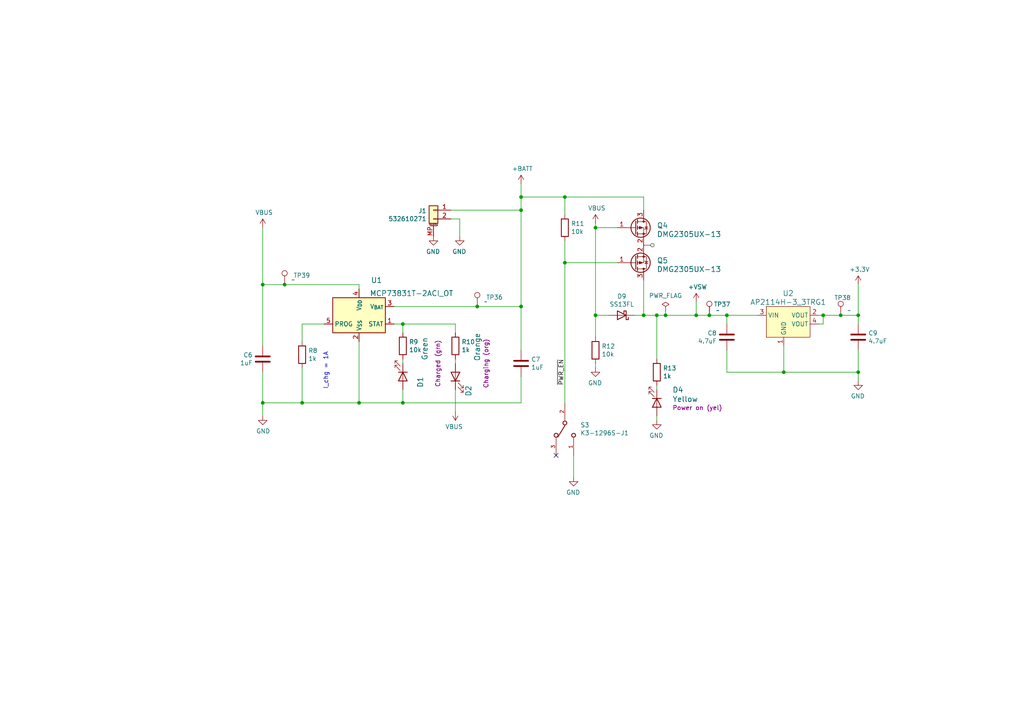
<source format=kicad_sch>
(kicad_sch (version 20230409) (generator eeschema)
  (paper "A4")
  (lib_symbols
    (symbol "Battery_Management:MCP73831-2-OT"
      (property "Reference" "U" (at -7.62 6.35 0))
      (property "Value" "MCP73831-2-OT" (at 1.27 6.35 0))
      (symbol "MCP73831-2-OT_0_1"
        (rectangle (start -7.62 5.08) (end 7.62 -5.08) (stroke (width 0.254)) (fill (type background)))
      )
      (symbol "MCP73831-2-OT_1_1"
        (pin output line (at 10.16 -2.54 180) (length 2.54) (name "STAT") (number "1"))
        (pin power_in line (at 0 -7.62 90) (length 2.54) (name "V_{SS}") (number "2"))
        (pin power_out line (at 10.16 2.54 180) (length 2.54) (name "V_{BAT}") (number "3"))
        (pin power_in line (at 0 7.62 270) (length 2.54) (name "V_{DD}") (number "4"))
        (pin input line (at -10.16 -2.54 0) (length 2.54) (name "PROG") (number "5"))
      )
    )
    (symbol "Connector:TestPoint" (pin_numbers hide) (pin_names (offset 0.762) hide)
      (property "Reference" "TP" (at 0 6.858 0))
      (property "Value" "TestPoint" (at 0 5.08 0))
      (symbol "TestPoint_0_1"
        (circle (center 0 3.302) (radius 0.762))
      )
      (symbol "TestPoint_1_1"
        (pin passive line (at 0 0 90) (length 2.54) (name "1") (number "1"))
      )
    )
    (symbol "Connector_Generic_MountingPin:Conn_01x02_MountingPin" (pin_names (offset 1.016) hide)
      (property "Reference" "J" (at 0 2.54 0))
      (property "Value" "Conn_01x02_MountingPin" (at 1.27 -5.08 0))
      (symbol "Conn_01x02_MountingPin_1_1"
        (rectangle (start -1.27 -2.413) (end 0 -2.667) (stroke (width 0.1524)))
        (rectangle (start -1.27 0.127) (end 0 -0.127) (stroke (width 0.1524)))
        (rectangle (start -1.27 1.27) (end 1.27 -3.81) (stroke (width 0.254)) (fill (type background)))
        (polyline (pts (xy -1.016 -4.572) (xy 1.016 -4.572)) (stroke (width 0.1524)))
        (text "Mounting" (at 0 -4.191 0) (effects (font (size 0.381 0.381))))
        (pin passive line (at -5.08 0 0) (length 3.81) (name "Pin_1") (number "1"))
        (pin passive line (at -5.08 -2.54 0) (length 3.81) (name "Pin_2") (number "2"))
        (pin passive line (at 0 -7.62 90) (length 3.048) (name "MountPin") (number "MP"))
      )
    )
    (symbol "Device:C" (pin_numbers hide) (pin_names (offset 0.254))
      (property "Reference" "C" (at 0.635 2.54 0))
      (property "Value" "C" (at 0.635 -2.54 0))
      (symbol "C_0_1"
        (polyline (pts (xy -2.032 -0.762) (xy 2.032 -0.762)) (stroke (width 0.508)))
        (polyline (pts (xy -2.032 0.762) (xy 2.032 0.762)) (stroke (width 0.508)))
      )
      (symbol "C_1_1"
        (pin passive line (at 0 3.81 270) (length 2.794) (name "~") (number "1"))
        (pin passive line (at 0 -3.81 90) (length 2.794) (name "~") (number "2"))
      )
    )
    (symbol "Device:D_Schottky" (pin_numbers hide) (pin_names (offset 1.016) hide)
      (property "Reference" "D" (at 0 2.54 0))
      (property "Value" "D_Schottky" (at 0 -2.54 0))
      (symbol "D_Schottky_0_1"
        (polyline (pts (xy 1.27 0) (xy -1.27 0)))
        (polyline (pts (xy 1.27 1.27) (xy 1.27 -1.27) (xy -1.27 0) (xy 1.27 1.27)) (stroke (width 0.254)))
        (polyline (pts (xy -1.905 0.635) (xy -1.905 1.27) (xy -1.27 1.27) (xy -1.27 -1.27) (xy -0.635 -1.27) (xy -0.635 -0.635)) (stroke (width 0.254)))
      )
      (symbol "D_Schottky_1_1"
        (pin passive line (at -3.81 0 0) (length 2.54) (name "K") (number "1"))
        (pin passive line (at 3.81 0 180) (length 2.54) (name "A") (number "2"))
      )
    )
    (symbol "Device:LED" (pin_numbers hide) (pin_names (offset 1.016) hide)
      (property "Reference" "D" (at 0 2.54 0))
      (property "Value" "LED" (at 0 -2.54 0))
      (symbol "LED_0_1"
        (polyline (pts (xy -1.27 -1.27) (xy -1.27 1.27)) (stroke (width 0.254)))
        (polyline (pts (xy -1.27 0) (xy 1.27 0)))
        (polyline (pts (xy 1.27 -1.27) (xy 1.27 1.27) (xy -1.27 0) (xy 1.27 -1.27)) (stroke (width 0.254)))
        (polyline (pts (xy -3.048 -0.762) (xy -4.572 -2.286) (xy -3.81 -2.286) (xy -4.572 -2.286) (xy -4.572 -1.524)))
        (polyline (pts (xy -1.778 -0.762) (xy -3.302 -2.286) (xy -2.54 -2.286) (xy -3.302 -2.286) (xy -3.302 -1.524)))
      )
      (symbol "LED_1_1"
        (pin passive line (at -3.81 0 0) (length 2.54) (name "K") (number "1"))
        (pin passive line (at 3.81 0 180) (length 2.54) (name "A") (number "2"))
      )
    )
    (symbol "Device:Q_PMOS_GSD" (pin_names (offset 0) hide)
      (property "Reference" "Q" (at 5.08 1.27 0))
      (property "Value" "Q_PMOS_GSD" (at 5.08 -1.27 0))
      (symbol "Q_PMOS_GSD_0_1"
        (polyline (pts (xy 0.254 0) (xy -2.54 0)))
        (polyline (pts (xy 0.254 1.905) (xy 0.254 -1.905)) (stroke (width 0.254)))
        (polyline (pts (xy 0.762 -1.27) (xy 0.762 -2.286)) (stroke (width 0.254)))
        (polyline (pts (xy 0.762 0.508) (xy 0.762 -0.508)) (stroke (width 0.254)))
        (polyline (pts (xy 0.762 2.286) (xy 0.762 1.27)) (stroke (width 0.254)))
        (polyline (pts (xy 2.54 2.54) (xy 2.54 1.778)))
        (polyline (pts (xy 2.54 -2.54) (xy 2.54 0) (xy 0.762 0)))
        (polyline (pts (xy 0.762 1.778) (xy 3.302 1.778) (xy 3.302 -1.778) (xy 0.762 -1.778)))
        (polyline (pts (xy 2.286 0) (xy 1.27 0.381) (xy 1.27 -0.381) (xy 2.286 0)) (fill (type outline)))
        (polyline (pts (xy 2.794 -0.508) (xy 2.921 -0.381) (xy 3.683 -0.381) (xy 3.81 -0.254)))
        (polyline (pts (xy 3.302 -0.381) (xy 2.921 0.254) (xy 3.683 0.254) (xy 3.302 -0.381)))
        (circle (center 1.651 0) (radius 2.794) (stroke (width 0.254)))
        (circle (center 2.54 -1.778) (radius 0.254) (fill (type outline)))
        (circle (center 2.54 1.778) (radius 0.254) (fill (type outline)))
      )
      (symbol "Q_PMOS_GSD_1_1"
        (pin input line (at -5.08 0 0) (length 2.54) (name "G") (number "1"))
        (pin passive line (at 2.54 -5.08 90) (length 2.54) (name "S") (number "2"))
        (pin passive line (at 2.54 5.08 270) (length 2.54) (name "D") (number "3"))
      )
    )
    (symbol "Device:R" (pin_numbers hide) (pin_names (offset 0))
      (property "Reference" "R" (at 2.032 0 90))
      (property "Value" "R" (at 0 0 90))
      (symbol "R_0_1"
        (rectangle (start -1.016 -2.54) (end 1.016 2.54) (stroke (width 0.254)))
      )
      (symbol "R_1_1"
        (pin passive line (at 0 3.81 270) (length 1.27) (name "~") (number "1"))
        (pin passive line (at 0 -3.81 90) (length 1.27) (name "~") (number "2"))
      )
    )
    (symbol "j_Regulator_Linear:AP2114H-3.3"
      (property "Reference" "U" (at -1.27 5.08 0))
      (property "Value" "AP2114H-3.3" (at -3.81 3.81 0))
      (symbol "AP2114H-3.3_0_1"
        (rectangle (start -6.35 3.81) (end 6.35 -5.08) (fill (type background)))
      )
      (symbol "AP2114H-3.3_1_1"
        (pin power_in line (at -1.27 -7.62 90) (length 2.54) (name "GND") (number "1"))
        (pin power_out line (at 8.89 1.27 180) (length 2.54) (name "VOUT") (number "2"))
        (pin power_in line (at -8.89 1.27 0) (length 2.54) (name "VIN") (number "3"))
        (pin passive line (at 8.89 -1.27 180) (length 2.54) (name "VOUT") (number "4"))
      )
    )
    (symbol "j_Switch:K3-1296S" (pin_names (offset 1.016) hide)
      (property "Reference" "S" (at -7.62 5.08 0))
      (property "Value" "  K3-1296S" (at -7.62 -5.08 0))
      (symbol "K3-1296S_0_0"
        (circle (center -1.778 -2.54) (radius 0.5588) (stroke (width 0.254)))
        (circle (center -1.778 2.54) (radius 0.5588) (stroke (width 0.254)))
        (polyline (pts (xy 1.016 0) (xy -2.286 2.032)) (stroke (width 0.254)))
        (circle (center 1.778 0) (radius 0.5588) (stroke (width 0.254)))
        (pin passive line (at 7.62 0 180) (length 5.08) (name "2") (number "2"))
      )
      (symbol "K3-1296S_1_0"
        (pin passive line (at -7.62 -2.54 0) (length 5.08) (name "1") (number "1"))
        (pin passive line (at -7.62 2.54 0) (length 5.08) (name "3") (number "3"))
      )
    )
    (symbol "power:+3.3V" (power) (pin_names (offset 0))
      (property "Value" "+3.3V" (at 0 3.556 0))
      (symbol "+3.3V_0_1"
        (polyline (pts (xy -0.762 1.27) (xy 0 2.54)))
        (polyline (pts (xy 0 0) (xy 0 2.54)))
        (polyline (pts (xy 0 2.54) (xy 0.762 1.27)))
      )
      (symbol "+3.3V_1_1"
        (pin power_in line (at 0 0 90) (length 0) hide (name "+3.3V") (number "1"))
      )
    )
    (symbol "power:+BATT" (power) (pin_names (offset 0))
      (property "Value" "+BATT" (at 0 3.556 0))
      (symbol "+BATT_0_1"
        (polyline (pts (xy -0.762 1.27) (xy 0 2.54)))
        (polyline (pts (xy 0 0) (xy 0 2.54)))
        (polyline (pts (xy 0 2.54) (xy 0.762 1.27)))
      )
      (symbol "+BATT_1_1"
        (pin power_in line (at 0 0 90) (length 0) hide (name "+BATT") (number "1"))
      )
    )
    (symbol "power:+VSW" (power) (pin_names (offset 0))
      (property "Value" "+VSW" (at 0 3.556 0))
      (symbol "+VSW_0_1"
        (polyline (pts (xy -0.762 1.27) (xy 0 2.54)))
        (polyline (pts (xy 0 0) (xy 0 2.54)))
        (polyline (pts (xy 0 2.54) (xy 0.762 1.27)))
      )
      (symbol "+VSW_1_1"
        (pin power_in line (at 0 0 90) (length 0) hide (name "+VSW") (number "1"))
      )
    )
    (symbol "power:GND" (power) (pin_names (offset 0))
      (property "Value" "GND" (at 0 -3.81 0))
      (symbol "GND_0_1"
        (polyline (pts (xy 0 0) (xy 0 -1.27) (xy 1.27 -1.27) (xy 0 -2.54) (xy -1.27 -1.27) (xy 0 -1.27)))
      )
      (symbol "GND_1_1"
        (pin power_in line (at 0 0 270) (length 0) hide (name "GND") (number "1"))
      )
    )
    (symbol "power:PWR_FLAG" (power) (pin_numbers hide) (pin_names (offset 0) hide)
      (property "Value" "PWR_FLAG" (at 0 3.81 0))
      (symbol "PWR_FLAG_0_0"
        (pin power_out line (at 0 0 90) (length 0) (name "pwr") (number "1"))
      )
      (symbol "PWR_FLAG_0_1"
        (polyline (pts (xy 0 0) (xy 0 1.27) (xy -1.016 1.905) (xy 0 2.54) (xy 1.016 1.905) (xy 0 1.27)))
      )
    )
    (symbol "power:VBUS" (power) (pin_names (offset 0))
      (property "Value" "VBUS" (at 0 3.81 0))
      (symbol "VBUS_0_1"
        (polyline (pts (xy -0.762 1.27) (xy 0 2.54)))
        (polyline (pts (xy 0 0) (xy 0 2.54)))
        (polyline (pts (xy 0 2.54) (xy 0.762 1.27)))
      )
      (symbol "VBUS_1_1"
        (pin power_in line (at 0 0 90) (length 0) hide (name "VBUS") (number "1"))
      )
    )
  )
  (junction (at 87.63 116.84))
  (junction (at 163.83 57.15))
  (junction (at 186.69 91.44))
  (junction (at 138.43 88.9))
  (junction (at 116.84 116.84))
  (junction (at 82.55 82.55))
  (junction (at 172.72 66.04))
  (junction (at 193.04 91.44))
  (junction (at 151.13 57.15))
  (junction (at 190.5 91.44))
  (junction (at 248.92 107.95))
  (junction (at 172.72 91.44))
  (junction (at 116.84 93.98))
  (junction (at 104.14 116.84))
  (junction (at 201.93 91.44))
  (junction (at 151.13 60.96))
  (junction (at 163.83 76.2))
  (junction (at 248.92 91.44))
  (junction (at 76.2 116.84))
  (junction (at 227.33 107.95))
  (junction (at 210.82 91.44))
  (junction (at 76.2 82.55))
  (junction (at 205.74 91.44))
  (junction (at 243.84 91.44))
  (junction (at 238.76 91.44))
  (junction (at 151.13 88.9))
  (no_connect (at 161.29 132.08))
  (wire (pts (xy 163.83 57.15) (xy 186.69 57.15)))
  (wire (pts (xy 186.69 91.44) (xy 184.15 91.44)))
  (wire (pts (xy 151.13 88.9) (xy 151.13 101.6)))
  (wire (pts (xy 248.92 82.55) (xy 248.92 91.44)))
  (wire (pts (xy 116.84 116.84) (xy 151.13 116.84)))
  (wire (pts (xy 210.82 101.6) (xy 210.82 107.95)))
  (wire (pts (xy 201.93 91.44) (xy 205.74 91.44)))
  (wire (pts (xy 151.13 57.15) (xy 151.13 60.96)))
  (wire (pts (xy 76.2 107.95) (xy 76.2 116.84)))
  (wire (pts (xy 186.69 81.28) (xy 186.69 91.44)))
  (wire (pts (xy 76.2 66.04) (xy 76.2 82.55)))
  (wire (pts (xy 93.98 93.98) (xy 87.63 93.98)))
  (wire (pts (xy 237.49 93.98) (xy 238.76 93.98)))
  (wire (pts (xy 172.72 64.77) (xy 172.72 66.04)))
  (wire (pts (xy 87.63 116.84) (xy 87.63 106.68)))
  (wire (pts (xy 172.72 106.68) (xy 172.72 105.41)))
  (wire (pts (xy 248.92 91.44) (xy 248.92 93.98)))
  (wire (pts (xy 104.14 83.82) (xy 104.14 82.55)))
  (wire (pts (xy 151.13 53.34) (xy 151.13 57.15)))
  (wire (pts (xy 138.43 88.9) (xy 151.13 88.9)))
  (wire (pts (xy 190.5 91.44) (xy 193.04 91.44)))
  (wire (pts (xy 76.2 116.84) (xy 76.2 120.65)))
  (wire (pts (xy 193.04 91.44) (xy 201.93 91.44)))
  (wire (pts (xy 205.74 91.44) (xy 210.82 91.44)))
  (wire (pts (xy 163.83 69.85) (xy 163.83 76.2)))
  (wire (pts (xy 172.72 66.04) (xy 172.72 91.44)))
  (wire (pts (xy 76.2 82.55) (xy 76.2 100.33)))
  (wire (pts (xy 190.5 104.14) (xy 190.5 91.44)))
  (wire (pts (xy 227.33 100.33) (xy 227.33 107.95)))
  (wire (pts (xy 186.69 91.44) (xy 190.5 91.44)))
  (wire (pts (xy 163.83 57.15) (xy 163.83 62.23)))
  (wire (pts (xy 176.53 91.44) (xy 172.72 91.44)))
  (wire (pts (xy 130.81 60.96) (xy 151.13 60.96)))
  (wire (pts (xy 132.08 105.41) (xy 132.08 104.14)))
  (wire (pts (xy 186.69 60.96) (xy 186.69 57.15)))
  (wire (pts (xy 238.76 91.44) (xy 243.84 91.44)))
  (wire (pts (xy 243.84 91.44) (xy 248.92 91.44)))
  (wire (pts (xy 179.07 76.2) (xy 163.83 76.2)))
  (wire (pts (xy 237.49 91.44) (xy 238.76 91.44)))
  (wire (pts (xy 248.92 107.95) (xy 248.92 110.49)))
  (wire (pts (xy 172.72 66.04) (xy 179.07 66.04)))
  (wire (pts (xy 227.33 107.95) (xy 248.92 107.95)))
  (wire (pts (xy 104.14 99.06) (xy 104.14 116.84)))
  (wire (pts (xy 166.37 132.08) (xy 166.37 138.43)))
  (wire (pts (xy 132.08 96.52) (xy 132.08 93.98)))
  (wire (pts (xy 190.5 113.03) (xy 190.5 111.76)))
  (wire (pts (xy 163.83 76.2) (xy 163.83 116.84)))
  (wire (pts (xy 151.13 57.15) (xy 163.83 57.15)))
  (wire (pts (xy 116.84 116.84) (xy 116.84 113.03)))
  (wire (pts (xy 116.84 104.14) (xy 116.84 105.41)))
  (wire (pts (xy 104.14 116.84) (xy 116.84 116.84)))
  (wire (pts (xy 151.13 60.96) (xy 151.13 88.9)))
  (wire (pts (xy 132.08 113.03) (xy 132.08 119.38)))
  (wire (pts (xy 87.63 116.84) (xy 104.14 116.84)))
  (wire (pts (xy 114.3 93.98) (xy 116.84 93.98)))
  (wire (pts (xy 130.81 63.5) (xy 133.35 63.5)))
  (wire (pts (xy 87.63 93.98) (xy 87.63 99.06)))
  (wire (pts (xy 114.3 88.9) (xy 138.43 88.9)))
  (wire (pts (xy 82.55 82.55) (xy 104.14 82.55)))
  (wire (pts (xy 248.92 107.95) (xy 248.92 101.6)))
  (wire (pts (xy 151.13 116.84) (xy 151.13 109.22)))
  (wire (pts (xy 201.93 87.63) (xy 201.93 91.44)))
  (wire (pts (xy 116.84 93.98) (xy 116.84 96.52)))
  (wire (pts (xy 193.04 90.17) (xy 193.04 91.44)))
  (wire (pts (xy 132.08 93.98) (xy 116.84 93.98)))
  (wire (pts (xy 238.76 93.98) (xy 238.76 91.44)))
  (wire (pts (xy 210.82 93.98) (xy 210.82 91.44)))
  (wire (pts (xy 210.82 91.44) (xy 219.71 91.44)))
  (wire (pts (xy 172.72 97.79) (xy 172.72 91.44)))
  (wire (pts (xy 210.82 107.95) (xy 227.33 107.95)))
  (wire (pts (xy 87.63 116.84) (xy 76.2 116.84)))
  (wire (pts (xy 133.35 63.5) (xy 133.35 68.58)))
  (wire (pts (xy 76.2 82.55) (xy 82.55 82.55)))
  (wire (pts (xy 190.5 121.92) (xy 190.5 120.65)))
  (text "I_chg = 1A\n" (at 95.25 113.03 90) (effects (font (size 1.27 1.27)) (justify left bottom)))
  (label "~{PWR_EN}" (at 163.83 111.76 90))
  (netclass_flag "" (length 2.54) (shape round) (at 186.69 71.12 270) (property "Netclass" "Power" (effects hide)))
  (symbol (lib_id "power:VBUS") (at 132.08 119.38 180) (unit 1)
    (property "Reference" "#PWR014" (effects hide))
    (property "Value" "VBUS" (at 131.699 123.7742 0))
  )
  (symbol (lib_id "Device:R") (at 132.08 100.33 0) (unit 1)
    (property "Reference" "R10" (at 133.858 99.1616 0) (effects (justify left)))
    (property "Value" "1k" (at 133.858 101.473 0) (effects (justify left)))
    (property "Footprint" "Resistor_SMD:R_0402_1005Metric" (effects hide))
  )
  (symbol (lib_id "Device:C") (at 151.13 105.41 0) (unit 1)
    (property "Reference" "C7" (at 154.051 104.2416 0) (effects (justify left)))
    (property "Value" "1uF" (at 154.051 106.553 0) (effects (justify left)))
    (property "Footprint" "Capacitor_SMD:C_0603_1608Metric" (effects hide))
  )
  (symbol (lib_id "Device:R") (at 87.63 102.87 0) (unit 1)
    (property "Reference" "R8" (at 89.408 101.7016 0) (effects (justify left)))
    (property "Value" "1k" (at 89.408 104.013 0) (effects (justify left)))
    (property "Footprint" "Resistor_SMD:R_0402_1005Metric" (effects hide))
  )
  (symbol (lib_id "Connector_Generic_MountingPin:Conn_01x02_MountingPin") (at 125.73 60.96 0) (mirror y) (unit 1)
    (property "Reference" "J1" (at 123.7234 61.1632 0) (effects (justify left)))
    (property "Value" "532610271" (at 123.7234 63.4746 0) (effects (justify left)))
    (property "Footprint" "Connector_Molex:Molex_PicoBlade_53261-0271_1x02-1MP_P1.25mm_Horizontal" (effects hide))
    (property "MPN" "532610271" (effects hide))
    (property "LCSC" "C132528" (effects hide))
    (property "Manufacturer" "Molex" (effects hide))
  )
  (symbol (lib_id "power:VBUS") (at 172.72 64.77 0) (unit 1)
    (property "Reference" "#PWR018" (effects hide))
    (property "Value" "VBUS" (at 173.101 60.3758 0))
  )
  (symbol (lib_id "Device:Q_PMOS_GSD") (at 184.15 66.04 0) (unit 1)
    (property "Reference" "Q4" (at 190.5 65.405 0) (effects (font (size 1.524 1.524)) (justify left)))
    (property "Value" "DMG2305UX-13" (at 190.5 67.945 0) (effects (font (size 1.524 1.524)) (justify left)))
    (property "Footprint" "Package_TO_SOT_SMD:SOT-23" (effects hide))
    (property "Digi-Key_PN" "DMG2305UX-13DICT-ND" (effects hide))
    (property "MPN" "DMG2305UX-13" (effects hide))
    (property "Category" "Discrete Semiconductor Products" (effects hide))
    (property "Family" "Transistors - FETs, MOSFETs - Single" (effects hide))
    (property "DK_Datasheet_Link" "https://www.diodes.com/assets/Datasheets/DMG2305UX.pdf" (effects hide))
    (property "DK_Detail_Page" "/product-detail/en/diodes-incorporated/DMG2305UX-13/DMG2305UX-13DICT-ND/4251589" (effects hide))
    (property "Description" "MOSFET P-CH 20V 4.2A SOT23" (effects hide))
    (property "Manufacturer" "Diodes Incorporated" (effects hide))
    (property "Status" "Active" (effects hide))
    (property "LCSC" "C144153" (effects hide))
  )
  (symbol (lib_id "Device:R") (at 163.83 66.04 0) (unit 1)
    (property "Reference" "R11" (at 165.608 64.8716 0) (effects (justify left)))
    (property "Value" "10k" (at 165.608 67.183 0) (effects (justify left)))
    (property "Footprint" "Resistor_SMD:R_0402_1005Metric" (effects hide))
  )
  (symbol (lib_id "j_Regulator_Linear:AP2114H-3.3") (at 228.6 92.71 0) (unit 1)
    (property "Reference" "U2" (at 228.6 85.09 0) (effects (font (size 1.524 1.524))))
    (property "Value" "AP2114H-3_3TRG1" (at 228.6 87.63 0) (effects (font (size 1.524 1.524))))
    (property "Footprint" "Package_TO_SOT_SMD:SOT-223" (effects hide))
    (property "Datasheet" "https://www.diodes.com/assets/Datasheets/AP2114.pdf" (effects hide))
    (property "Digi-Key_PN" "AP2114H-3.3TRG1DICT-ND" (effects hide))
    (property "MPN" "AP2114H-3.3TRG1" (effects hide))
    (property "Category" "Integrated Circuits (ICs)" (effects hide))
    (property "Family" "PMIC - Voltage Regulators - Linear" (effects hide))
    (property "DK_Datasheet_Link" "https://www.diodes.com/assets/Datasheets/AP2114.pdf" (effects hide))
    (property "DK_Detail_Page" "/product-detail/en/diodes-incorporated/AP2114H-3.3TRG1/AP2114H-3.3TRG1DICT-ND/4505142" (effects hide))
    (property "Description" "IC REG LINEAR 3.3V 1A SOT223" (effects hide))
    (property "Manufacturer" "Diodes Incorporated" (effects hide))
    (property "Status" "Active" (effects hide))
  )
  (symbol (lib_id "Device:Q_PMOS_GSD") (at 184.15 76.2 0) (mirror x) (unit 1)
    (property "Reference" "Q5" (at 190.5 75.565 0) (effects (font (size 1.524 1.524)) (justify left)))
    (property "Value" "DMG2305UX-13" (at 190.5 78.105 0) (effects (font (size 1.524 1.524)) (justify left)))
    (property "Footprint" "Package_TO_SOT_SMD:SOT-23" (effects hide))
    (property "Digi-Key_PN" "DMG2305UX-13DICT-ND" (effects hide))
    (property "MPN" "DMG2305UX-13" (effects hide))
    (property "Category" "Discrete Semiconductor Products" (effects hide))
    (property "Family" "Transistors - FETs, MOSFETs - Single" (effects hide))
    (property "DK_Datasheet_Link" "https://www.diodes.com/assets/Datasheets/DMG2305UX.pdf" (effects hide))
    (property "DK_Detail_Page" "/product-detail/en/diodes-incorporated/DMG2305UX-13/DMG2305UX-13DICT-ND/4251589" (effects hide))
    (property "Description" "MOSFET P-CH 20V 4.2A SOT23" (effects hide))
    (property "Manufacturer" "Diodes Incorporated" (effects hide))
    (property "Status" "Active" (effects hide))
    (property "LCSC" "C144153" (effects hide))
  )
  (symbol (lib_id "Device:R") (at 172.72 101.6 0) (unit 1)
    (property "Reference" "R12" (at 174.498 100.4316 0) (effects (justify left)))
    (property "Value" "10k" (at 174.498 102.743 0) (effects (justify left)))
    (property "Footprint" "Resistor_SMD:R_0402_1005Metric" (effects hide))
  )
  (symbol (lib_id "power:VBUS") (at 76.2 66.04 0) (unit 1)
    (property "Reference" "#PWR012" (effects hide))
    (property "Value" "VBUS" (at 76.581 61.6458 0))
  )
  (symbol (lib_id "power:+VSW") (at 201.93 87.63 0) (unit 1)
    (property "Reference" "#PWR021" (effects hide))
    (property "Value" "+VSW" (at 202.311 83.2358 0))
  )
  (symbol (lib_id "power:GND") (at 76.2 120.65 0) (unit 1)
    (property "Reference" "#PWR013" (effects hide))
    (property "Value" "GND" (at 76.327 125.0442 0))
  )
  (symbol (lib_id "power:GND") (at 166.37 138.43 0) (mirror y) (unit 1)
    (property "Reference" "#PWR017" (effects hide))
    (property "Value" "GND" (at 166.243 142.8242 0))
  )
  (symbol (lib_id "power:+BATT") (at 151.13 53.34 0) (unit 1)
    (property "Reference" "#PWR016" (effects hide))
    (property "Value" "+BATT" (at 151.511 48.9458 0))
  )
  (symbol (lib_id "power:GND") (at 133.35 68.58 0) (mirror y) (unit 1)
    (property "Reference" "#PWR015" (effects hide))
    (property "Value" "GND" (at 133.223 72.9742 0))
    (instances (project "tr23-badge-r2" (path "" (reference "#PWR015") (unit 1)) (path "" (reference "#PWR?") (unit 1))))
  )
  (symbol (lib_id "power:PWR_FLAG") (at 193.04 90.17 0) (unit 1)
    (property "Reference" "#FLG01" (effects hide))
    (property "Value" "PWR_FLAG" (at 193.04 85.7504 0))
  )
  (symbol (lib_id "j_Switch:K3-1296S") (at 163.83 124.46 90) (unit 1)
    (property "Reference" "S3" (at 168.3258 123.2916 90) (effects (justify right)))
    (property "Value" "K3-1296S-J1" (at 168.3258 125.603 90) (effects (justify right)))
    (property "Footprint" "Button_Switch_SMD:SW_SPDT_PCM12" (effects hide))
    (property "Datasheet" "None" (effects hide))
    (property "Field4" "C&K" (effects hide))
    (property "Field5" "JS10 Series SPDT On-On 6 V 0.3 A Gull Wing SMT Slide Switch" (effects hide))
    (property "Field6" "JS102011SAQN" (effects hide))
    (property "Field7" "None" (effects hide))
    (property "Field8" "Unavailable" (effects hide))
    (property "MPN" "K3-1296S" (effects hide))
    (property "LCSC" "C223848" (effects hide))
    (property "Manufacturer" "HRO" (effects hide))
    (instances (project "tr23-badge-r2" (path "" (reference "S3") (unit 1)) (path "" (reference "S?") (unit 1))))
  )
  (symbol (lib_id "Device:D_Schottky") (at 180.34 91.44 180) (unit 1)
    (property "Reference" "D9" (at 180.34 85.9536 0))
    (property "Value" "SS13FL" (at 180.34 88.265 0))
    (property "Footprint" "Diode_SMD:D_SOD-123F" (effects hide))
    (property "LCSC" "C190475" (effects hide))
    (instances (project "tr23-badge-r2" (path "" (reference "D9") (unit 1)) (path "" (reference "D?") (unit 1)) (path "" (reference "D3") (unit 1))))
  )
  (symbol (lib_id "Battery_Management:MCP73831-2-OT") (at 104.14 91.44 0) (unit 1)
    (property "Reference" "U1" (at 109.22 81.28 0) (effects (font (size 1.524 1.524))))
    (property "Value" "MCP73831T-2ACI_OT" (at 119.38 85.09 0) (effects (font (size 1.524 1.524))))
    (property "Footprint" "Package_TO_SOT_SMD:SOT-23-5" (effects hide))
    (property "Datasheet" "http://ww1.microchip.com/downloads/en/DeviceDoc/20001984g.pdf" (effects hide))
    (property "Digi-Key_PN" "MCP73831T-2ACI/OTCT-ND" (effects hide))
    (property "MPN" "MCP73831T-2ACI/OT" (effects hide))
    (property "Category" "Integrated Circuits (ICs)" (effects hide))
    (property "Family" "PMIC - Battery Chargers" (effects hide))
    (property "DK_Datasheet_Link" "http://ww1.microchip.com/downloads/en/DeviceDoc/20001984g.pdf" (effects hide))
    (property "DK_Detail_Page" "/product-detail/en/microchip-technology/MCP73831T-2ACI-OT/MCP73831T-2ACI-OTCT-ND/1979802" (effects hide))
    (property "Description" "IC CONTROLLR LI-ION 4.2V SOT23-5" (effects hide))
    (property "Manufacturer" "Microchip Technology" (effects hide))
    (property "Status" "Active" (effects hide))
    (property "LCSC" "C424093" (effects hide))
  )
  (symbol (lib_id "Device:R") (at 116.84 100.33 0) (unit 1)
    (property "Reference" "R9" (at 118.618 99.1616 0) (effects (justify left)))
    (property "Value" "10k" (at 118.618 101.473 0) (effects (justify left)))
    (property "Footprint" "Resistor_SMD:R_0402_1005Metric" (effects hide))
  )
  (symbol (lib_id "Device:C") (at 248.92 97.79 0) (unit 1)
    (property "Reference" "C9" (at 251.841 96.6216 0) (effects (justify left)))
    (property "Value" "4.7uF" (at 251.841 98.933 0) (effects (justify left)))
    (property "Footprint" "Capacitor_SMD:C_0603_1608Metric" (effects hide))
  )
  (symbol (lib_id "Device:C") (at 76.2 104.14 0) (mirror y) (unit 1)
    (property "Reference" "C6" (at 73.279 102.9716 0) (effects (justify left)))
    (property "Value" "1uF" (at 73.279 105.283 0) (effects (justify left)))
    (property "Footprint" "Capacitor_SMD:C_0603_1608Metric" (effects hide))
  )
  (symbol (lib_id "Device:C") (at 210.82 97.79 0) (mirror y) (unit 1)
    (property "Reference" "C8" (at 207.899 96.6216 0) (effects (justify left)))
    (property "Value" "4.7uF" (at 207.899 98.933 0) (effects (justify left)))
    (property "Footprint" "Capacitor_SMD:C_0603_1608Metric" (effects hide))
  )
  (symbol (lib_id "power:GND") (at 248.92 110.49 0) (mirror y) (unit 1)
    (property "Reference" "#PWR023" (effects hide))
    (property "Value" "GND" (at 248.793 114.8842 0))
  )
  (symbol (lib_id "power:GND") (at 172.72 106.68 0) (mirror y) (unit 1)
    (property "Reference" "#PWR019" (effects hide))
    (property "Value" "GND" (at 172.593 111.0742 0))
  )
  (symbol (lib_id "power:+3.3V") (at 248.92 82.55 0) (unit 1)
    (property "Reference" "#PWR022" (effects hide))
    (property "Value" "+3.3V" (at 249.301 78.1558 0))
  )
  (symbol (lib_id "power:GND") (at 190.5 121.92 0) (mirror y) (unit 1)
    (property "Reference" "#PWR020" (effects hide))
    (property "Value" "GND" (at 190.373 126.3142 0))
  )
  (symbol (lib_id "Device:R") (at 190.5 107.95 0) (unit 1)
    (property "Reference" "R13" (at 192.278 106.7816 0) (effects (justify left)))
    (property "Value" "1k" (at 192.278 109.093 0) (effects (justify left)))
    (property "Footprint" "Resistor_SMD:R_0402_1005Metric" (effects hide))
  )
  (symbol (lib_id "Device:LED") (at 116.84 109.22 270) (unit 1)
    (property "Reference" "D1" (at 121.92 109.22 0) (effects (font (size 1.524 1.524)) (justify left)))
    (property "Value" "Green" (at 123.19 97.79 0) (effects (font (size 1.524 1.524)) (justify left)))
    (property "Footprint" "jeffmakes-footprints:D-1206" (effects hide))
    (property "MPN" "NCD1206G1" (effects hide))
    (property "Category" "Optoelectronics" (effects hide))
    (property "Family" "LED Indication - Discrete" (effects hide))
    (property "Description" "LED GREEN CLEAR 1206 SMD" (effects hide))
    (property "purpose" "Charged (grn)" (at 127 105.41 0))
    (property "LCSC" "C99881" (effects hide))
  )
  (symbol (lib_id "Device:LED") (at 190.5 116.84 270) (unit 1)
    (property "Reference" "D4" (at 195.0212 113.0808 90) (effects (font (size 1.524 1.524)) (justify left)))
    (property "Value" "Yellow" (at 195.0212 115.7732 90) (effects (font (size 1.524 1.524)) (justify left)))
    (property "Footprint" "jeffmakes-footprints:D-1206" (effects hide))
    (property "MPN" "NCD1206Y1" (effects hide))
    (property "Category" "Optoelectronics" (effects hide))
    (property "Family" "LED Indication - Discrete" (effects hide))
    (property "Description" "LED YELLOW CLEAR 1206 SMD" (effects hide))
    (property "purpose" "Power on (yel)" (at 195.0212 118.2624 90) (effects (justify left)))
    (property "LCSC" "C93094" (effects hide))
  )
  (symbol (lib_id "Device:LED") (at 132.08 109.22 90) (unit 1)
    (property "Reference" "D2" (at 135.89 111.76 0) (effects (font (size 1.524 1.524)) (justify right)))
    (property "Value" "Orange" (at 138.43 96.52 0) (effects (font (size 1.524 1.524)) (justify right)))
    (property "Footprint" "jeffmakes-footprints:D-1206" (effects hide))
    (property "MPN" "NCD1206O1 " (effects hide))
    (property "Category" "Optoelectronics" (effects hide))
    (property "Family" "LED Indication - Discrete" (effects hide))
    (property "Description" "LED YELLOW CLEAR 1206 SMD" (effects hide))
    (property "purpose" "Charging (org)" (at 140.97 105.41 0))
    (property "LCSC" "C130716 " (effects hide))
  )
  (symbol (lib_id "power:GND") (at 125.73 68.58 0) (mirror y) (unit 1)
    (property "Reference" "#PWR0156" (effects hide))
    (property "Value" "GND" (at 125.603 72.9742 0))
    (instances (project "tr23-badge-r2" (path "" (reference "#PWR0156") (unit 1)) (path "" (reference "#PWR?") (unit 1))))
  )
  (symbol (lib_id "Connector:TestPoint") (at 138.43 88.9 0) (unit 1) (in_bom no)
    (property "Reference" "TP36" (at 140.97 86.233 0) (effects (justify left)))
    (property "Value" "~" (at 140.335 87.503 0) (effects (justify left)))
    (property "Footprint" "TestPoint:TestPoint_Pad_D1.0mm" (effects hide))
  )
  (symbol (lib_id "Connector:TestPoint") (at 82.55 82.55 0) (unit 1) (in_bom no)
    (property "Reference" "TP39" (at 85.09 79.883 0) (effects (justify left)))
    (property "Value" "~" (at 84.455 81.153 0) (effects (justify left)))
    (property "Footprint" "TestPoint:TestPoint_Pad_D1.0mm" (effects hide))
  )
  (symbol (lib_id "Connector:TestPoint") (at 243.84 91.44 0) (unit 1) (in_bom no)
    (property "Reference" "TP38" (at 241.935 86.36 0) (effects (justify left)))
    (property "Value" "~" (at 245.745 90.043 0) (effects (justify left)))
    (property "Footprint" "TestPoint:TestPoint_Pad_D1.0mm" (effects hide))
  )
  (symbol (lib_id "Connector:TestPoint") (at 205.74 91.44 0) (unit 1) (in_bom no)
    (property "Reference" "TP37" (at 207.01 88.265 0) (effects (justify left)))
    (property "Value" "~" (at 207.645 90.043 0) (effects (justify left)))
    (property "Footprint" "TestPoint:TestPoint_Pad_D1.0mm" (effects hide))
  )
)
</source>
